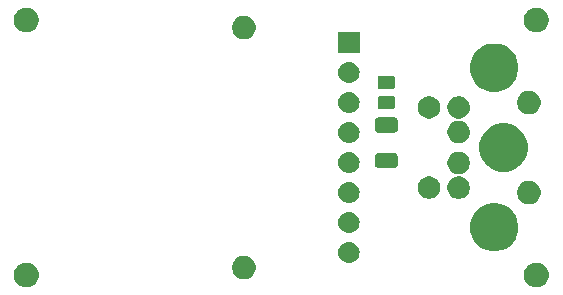
<source format=gbs>
G04 #@! TF.GenerationSoftware,KiCad,Pcbnew,(5.1.2-1)-1*
G04 #@! TF.CreationDate,2019-07-29T02:23:31-04:00*
G04 #@! TF.ProjectId,mouserial-mouse,6d6f7573-6572-4696-916c-2d6d6f757365,rev?*
G04 #@! TF.SameCoordinates,Original*
G04 #@! TF.FileFunction,Soldermask,Bot*
G04 #@! TF.FilePolarity,Negative*
%FSLAX46Y46*%
G04 Gerber Fmt 4.6, Leading zero omitted, Abs format (unit mm)*
G04 Created by KiCad (PCBNEW (5.1.2-1)-1) date 2019-07-29 02:23:31*
%MOMM*%
%LPD*%
G04 APERTURE LIST*
%ADD10C,0.100000*%
G04 APERTURE END LIST*
D10*
G36*
X177319248Y-103734295D02*
G01*
X177471510Y-103764582D01*
X177662742Y-103843793D01*
X177834841Y-103958786D01*
X177981214Y-104105159D01*
X178096207Y-104277258D01*
X178175418Y-104468490D01*
X178204297Y-104613678D01*
X178215800Y-104671505D01*
X178215800Y-104878495D01*
X178205704Y-104929248D01*
X178175418Y-105081510D01*
X178096207Y-105272742D01*
X177981214Y-105444841D01*
X177834841Y-105591214D01*
X177662742Y-105706207D01*
X177471510Y-105785418D01*
X177319248Y-105815705D01*
X177268495Y-105825800D01*
X177061505Y-105825800D01*
X177010752Y-105815705D01*
X176858490Y-105785418D01*
X176667258Y-105706207D01*
X176495159Y-105591214D01*
X176348786Y-105444841D01*
X176233793Y-105272742D01*
X176154582Y-105081510D01*
X176124296Y-104929248D01*
X176114200Y-104878495D01*
X176114200Y-104671505D01*
X176125703Y-104613678D01*
X176154582Y-104468490D01*
X176233793Y-104277258D01*
X176348786Y-104105159D01*
X176495159Y-103958786D01*
X176667258Y-103843793D01*
X176858490Y-103764582D01*
X177010752Y-103734295D01*
X177061505Y-103724200D01*
X177268495Y-103724200D01*
X177319248Y-103734295D01*
X177319248Y-103734295D01*
G37*
G36*
X134139248Y-103734295D02*
G01*
X134291510Y-103764582D01*
X134482742Y-103843793D01*
X134654841Y-103958786D01*
X134801214Y-104105159D01*
X134916207Y-104277258D01*
X134995418Y-104468490D01*
X135024297Y-104613678D01*
X135035800Y-104671505D01*
X135035800Y-104878495D01*
X135025704Y-104929248D01*
X134995418Y-105081510D01*
X134916207Y-105272742D01*
X134801214Y-105444841D01*
X134654841Y-105591214D01*
X134482742Y-105706207D01*
X134291510Y-105785418D01*
X134139248Y-105815705D01*
X134088495Y-105825800D01*
X133881505Y-105825800D01*
X133830752Y-105815705D01*
X133678490Y-105785418D01*
X133487258Y-105706207D01*
X133315159Y-105591214D01*
X133168786Y-105444841D01*
X133053793Y-105272742D01*
X132974582Y-105081510D01*
X132944296Y-104929248D01*
X132934200Y-104878495D01*
X132934200Y-104671505D01*
X132945703Y-104613678D01*
X132974582Y-104468490D01*
X133053793Y-104277258D01*
X133168786Y-104105159D01*
X133315159Y-103958786D01*
X133487258Y-103843793D01*
X133678490Y-103764582D01*
X133830752Y-103734295D01*
X133881505Y-103724200D01*
X134088495Y-103724200D01*
X134139248Y-103734295D01*
X134139248Y-103734295D01*
G37*
G36*
X152691692Y-103178429D02*
G01*
X152873679Y-103253811D01*
X153037458Y-103363245D01*
X153037460Y-103363247D01*
X153037463Y-103363249D01*
X153176751Y-103502537D01*
X153176753Y-103502540D01*
X153176755Y-103502542D01*
X153286189Y-103666321D01*
X153361571Y-103848308D01*
X153400000Y-104041509D01*
X153400000Y-104238491D01*
X153361571Y-104431692D01*
X153286189Y-104613679D01*
X153176755Y-104777458D01*
X153176753Y-104777460D01*
X153176751Y-104777463D01*
X153037463Y-104916751D01*
X153037460Y-104916753D01*
X153037458Y-104916755D01*
X152873679Y-105026189D01*
X152691692Y-105101571D01*
X152498491Y-105140000D01*
X152301509Y-105140000D01*
X152108308Y-105101571D01*
X151926321Y-105026189D01*
X151762542Y-104916755D01*
X151762540Y-104916753D01*
X151762537Y-104916751D01*
X151623249Y-104777463D01*
X151623247Y-104777460D01*
X151623245Y-104777458D01*
X151513811Y-104613679D01*
X151438429Y-104431692D01*
X151400000Y-104238491D01*
X151400000Y-104041509D01*
X151438429Y-103848308D01*
X151513811Y-103666321D01*
X151623245Y-103502542D01*
X151623247Y-103502540D01*
X151623249Y-103502537D01*
X151762537Y-103363249D01*
X151762540Y-103363247D01*
X151762542Y-103363245D01*
X151926321Y-103253811D01*
X152108308Y-103178429D01*
X152301509Y-103140000D01*
X152498491Y-103140000D01*
X152691692Y-103178429D01*
X152691692Y-103178429D01*
G37*
G36*
X161466588Y-101982234D02*
G01*
X161636389Y-102033743D01*
X161636391Y-102033744D01*
X161792881Y-102117390D01*
X161930044Y-102229956D01*
X162042610Y-102367119D01*
X162042611Y-102367121D01*
X162126257Y-102523611D01*
X162177766Y-102693412D01*
X162195158Y-102870000D01*
X162177766Y-103046588D01*
X162137772Y-103178429D01*
X162126256Y-103216391D01*
X162042610Y-103372881D01*
X161930044Y-103510044D01*
X161792881Y-103622610D01*
X161792879Y-103622611D01*
X161636389Y-103706257D01*
X161466588Y-103757766D01*
X161334249Y-103770800D01*
X161245751Y-103770800D01*
X161113412Y-103757766D01*
X160943611Y-103706257D01*
X160787121Y-103622611D01*
X160787119Y-103622610D01*
X160649956Y-103510044D01*
X160537390Y-103372881D01*
X160453744Y-103216391D01*
X160442228Y-103178429D01*
X160402234Y-103046588D01*
X160384842Y-102870000D01*
X160402234Y-102693412D01*
X160453743Y-102523611D01*
X160537389Y-102367121D01*
X160537390Y-102367119D01*
X160649956Y-102229956D01*
X160787119Y-102117390D01*
X160943609Y-102033744D01*
X160943611Y-102033743D01*
X161113412Y-101982234D01*
X161245751Y-101969200D01*
X161334249Y-101969200D01*
X161466588Y-101982234D01*
X161466588Y-101982234D01*
G37*
G36*
X174179196Y-98758011D02*
G01*
X174179198Y-98758012D01*
X174179199Y-98758012D01*
X174552415Y-98912603D01*
X174552418Y-98912605D01*
X174888309Y-99137040D01*
X175173960Y-99422691D01*
X175173961Y-99422693D01*
X175398397Y-99758585D01*
X175552988Y-100131801D01*
X175552989Y-100131804D01*
X175631800Y-100528014D01*
X175631800Y-100931986D01*
X175585201Y-101166257D01*
X175552988Y-101328199D01*
X175398397Y-101701415D01*
X175398395Y-101701418D01*
X175173960Y-102037309D01*
X174888309Y-102322960D01*
X174822220Y-102367119D01*
X174552415Y-102547397D01*
X174179199Y-102701988D01*
X174179198Y-102701988D01*
X174179196Y-102701989D01*
X173782986Y-102780800D01*
X173379014Y-102780800D01*
X172982804Y-102701989D01*
X172982802Y-102701988D01*
X172982801Y-102701988D01*
X172609585Y-102547397D01*
X172339780Y-102367119D01*
X172273691Y-102322960D01*
X171988040Y-102037309D01*
X171763605Y-101701418D01*
X171763603Y-101701415D01*
X171609012Y-101328199D01*
X171576800Y-101166257D01*
X171530200Y-100931986D01*
X171530200Y-100528014D01*
X171609011Y-100131804D01*
X171609012Y-100131801D01*
X171763603Y-99758585D01*
X171988039Y-99422693D01*
X171988040Y-99422691D01*
X172273691Y-99137040D01*
X172609582Y-98912605D01*
X172609585Y-98912603D01*
X172982801Y-98758012D01*
X172982802Y-98758012D01*
X172982804Y-98758011D01*
X173379014Y-98679200D01*
X173782986Y-98679200D01*
X174179196Y-98758011D01*
X174179196Y-98758011D01*
G37*
G36*
X161466588Y-99442234D02*
G01*
X161636389Y-99493743D01*
X161636391Y-99493744D01*
X161792881Y-99577390D01*
X161930044Y-99689956D01*
X162042610Y-99827119D01*
X162042611Y-99827121D01*
X162126257Y-99983611D01*
X162177766Y-100153412D01*
X162195158Y-100330000D01*
X162177766Y-100506588D01*
X162126257Y-100676389D01*
X162126256Y-100676391D01*
X162042610Y-100832881D01*
X161930044Y-100970044D01*
X161792881Y-101082610D01*
X161792879Y-101082611D01*
X161636389Y-101166257D01*
X161466588Y-101217766D01*
X161334249Y-101230800D01*
X161245751Y-101230800D01*
X161113412Y-101217766D01*
X160943611Y-101166257D01*
X160787121Y-101082611D01*
X160787119Y-101082610D01*
X160649956Y-100970044D01*
X160537390Y-100832881D01*
X160453744Y-100676391D01*
X160453743Y-100676389D01*
X160402234Y-100506588D01*
X160384842Y-100330000D01*
X160402234Y-100153412D01*
X160453743Y-99983611D01*
X160537389Y-99827121D01*
X160537390Y-99827119D01*
X160649956Y-99689956D01*
X160787119Y-99577390D01*
X160943609Y-99493744D01*
X160943611Y-99493743D01*
X161113412Y-99442234D01*
X161245751Y-99429200D01*
X161334249Y-99429200D01*
X161466588Y-99442234D01*
X161466588Y-99442234D01*
G37*
G36*
X176821692Y-96828429D02*
G01*
X177003679Y-96903811D01*
X177167458Y-97013245D01*
X177167460Y-97013247D01*
X177167463Y-97013249D01*
X177306751Y-97152537D01*
X177306753Y-97152540D01*
X177306755Y-97152542D01*
X177416189Y-97316321D01*
X177491571Y-97498308D01*
X177530000Y-97691509D01*
X177530000Y-97888491D01*
X177491571Y-98081692D01*
X177416189Y-98263679D01*
X177306755Y-98427458D01*
X177306753Y-98427460D01*
X177306751Y-98427463D01*
X177167463Y-98566751D01*
X177167460Y-98566753D01*
X177167458Y-98566755D01*
X177003679Y-98676189D01*
X176821692Y-98751571D01*
X176628491Y-98790000D01*
X176431509Y-98790000D01*
X176238308Y-98751571D01*
X176056321Y-98676189D01*
X175892542Y-98566755D01*
X175892540Y-98566753D01*
X175892537Y-98566751D01*
X175753249Y-98427463D01*
X175753247Y-98427460D01*
X175753245Y-98427458D01*
X175643811Y-98263679D01*
X175568429Y-98081692D01*
X175530000Y-97888491D01*
X175530000Y-97691509D01*
X175568429Y-97498308D01*
X175643811Y-97316321D01*
X175753245Y-97152542D01*
X175753247Y-97152540D01*
X175753249Y-97152537D01*
X175892537Y-97013249D01*
X175892540Y-97013247D01*
X175892542Y-97013245D01*
X176056321Y-96903811D01*
X176238308Y-96828429D01*
X176431509Y-96790000D01*
X176628491Y-96790000D01*
X176821692Y-96828429D01*
X176821692Y-96828429D01*
G37*
G36*
X161466588Y-96902234D02*
G01*
X161636389Y-96953743D01*
X161636391Y-96953744D01*
X161792881Y-97037390D01*
X161930044Y-97149956D01*
X162042610Y-97287119D01*
X162042611Y-97287121D01*
X162126257Y-97443611D01*
X162177766Y-97613412D01*
X162195158Y-97790000D01*
X162177766Y-97966588D01*
X162126257Y-98136389D01*
X162126256Y-98136391D01*
X162042610Y-98292881D01*
X161930044Y-98430044D01*
X161792881Y-98542610D01*
X161747709Y-98566755D01*
X161636389Y-98626257D01*
X161466588Y-98677766D01*
X161334249Y-98690800D01*
X161245751Y-98690800D01*
X161113412Y-98677766D01*
X160943611Y-98626257D01*
X160832291Y-98566755D01*
X160787119Y-98542610D01*
X160649956Y-98430044D01*
X160537390Y-98292881D01*
X160453744Y-98136391D01*
X160453743Y-98136389D01*
X160402234Y-97966588D01*
X160384842Y-97790000D01*
X160402234Y-97613412D01*
X160453743Y-97443611D01*
X160537389Y-97287121D01*
X160537390Y-97287119D01*
X160649956Y-97149956D01*
X160787119Y-97037390D01*
X160943609Y-96953744D01*
X160943611Y-96953743D01*
X161113412Y-96902234D01*
X161245751Y-96889200D01*
X161334249Y-96889200D01*
X161466588Y-96902234D01*
X161466588Y-96902234D01*
G37*
G36*
X168358338Y-96465738D02*
G01*
X168358340Y-96465739D01*
X168358341Y-96465739D01*
X168531370Y-96537410D01*
X168531373Y-96537412D01*
X168687100Y-96641465D01*
X168819535Y-96773900D01*
X168855970Y-96828429D01*
X168923590Y-96929630D01*
X168995261Y-97102659D01*
X168995262Y-97102662D01*
X169031800Y-97286354D01*
X169031800Y-97473646D01*
X169026895Y-97498308D01*
X168995261Y-97657341D01*
X168923590Y-97830370D01*
X168923588Y-97830373D01*
X168819535Y-97986100D01*
X168687100Y-98118535D01*
X168660379Y-98136389D01*
X168531370Y-98222590D01*
X168358341Y-98294261D01*
X168358340Y-98294261D01*
X168358338Y-98294262D01*
X168174646Y-98330800D01*
X167987354Y-98330800D01*
X167803662Y-98294262D01*
X167803660Y-98294261D01*
X167803659Y-98294261D01*
X167630630Y-98222590D01*
X167501621Y-98136389D01*
X167474900Y-98118535D01*
X167342465Y-97986100D01*
X167238412Y-97830373D01*
X167238410Y-97830370D01*
X167166739Y-97657341D01*
X167135106Y-97498308D01*
X167130200Y-97473646D01*
X167130200Y-97286354D01*
X167166738Y-97102662D01*
X167166739Y-97102659D01*
X167238410Y-96929630D01*
X167306030Y-96828429D01*
X167342465Y-96773900D01*
X167474900Y-96641465D01*
X167630627Y-96537412D01*
X167630630Y-96537410D01*
X167803659Y-96465739D01*
X167803660Y-96465739D01*
X167803662Y-96465738D01*
X167987354Y-96429200D01*
X168174646Y-96429200D01*
X168358338Y-96465738D01*
X168358338Y-96465738D01*
G37*
G36*
X170858338Y-96465738D02*
G01*
X170858340Y-96465739D01*
X170858341Y-96465739D01*
X171031370Y-96537410D01*
X171031373Y-96537412D01*
X171187100Y-96641465D01*
X171319535Y-96773900D01*
X171355970Y-96828429D01*
X171423590Y-96929630D01*
X171495261Y-97102659D01*
X171495262Y-97102662D01*
X171531800Y-97286354D01*
X171531800Y-97473646D01*
X171526895Y-97498308D01*
X171495261Y-97657341D01*
X171423590Y-97830370D01*
X171423588Y-97830373D01*
X171319535Y-97986100D01*
X171187100Y-98118535D01*
X171160379Y-98136389D01*
X171031370Y-98222590D01*
X170858341Y-98294261D01*
X170858340Y-98294261D01*
X170858338Y-98294262D01*
X170674646Y-98330800D01*
X170487354Y-98330800D01*
X170303662Y-98294262D01*
X170303660Y-98294261D01*
X170303659Y-98294261D01*
X170130630Y-98222590D01*
X170001621Y-98136389D01*
X169974900Y-98118535D01*
X169842465Y-97986100D01*
X169738412Y-97830373D01*
X169738410Y-97830370D01*
X169666739Y-97657341D01*
X169635106Y-97498308D01*
X169630200Y-97473646D01*
X169630200Y-97286354D01*
X169666738Y-97102662D01*
X169666739Y-97102659D01*
X169738410Y-96929630D01*
X169806030Y-96828429D01*
X169842465Y-96773900D01*
X169974900Y-96641465D01*
X170130627Y-96537412D01*
X170130630Y-96537410D01*
X170303659Y-96465739D01*
X170303660Y-96465739D01*
X170303662Y-96465738D01*
X170487354Y-96429200D01*
X170674646Y-96429200D01*
X170858338Y-96465738D01*
X170858338Y-96465738D01*
G37*
G36*
X170858338Y-94365738D02*
G01*
X170858340Y-94365739D01*
X170858341Y-94365739D01*
X171031370Y-94437410D01*
X171031373Y-94437412D01*
X171187100Y-94541465D01*
X171319535Y-94673900D01*
X171350984Y-94720967D01*
X171423590Y-94829630D01*
X171474035Y-94951415D01*
X171495262Y-95002662D01*
X171531800Y-95186354D01*
X171531800Y-95373646D01*
X171497834Y-95544409D01*
X171495261Y-95557341D01*
X171423590Y-95730370D01*
X171423588Y-95730373D01*
X171319535Y-95886100D01*
X171187100Y-96018535D01*
X171168744Y-96030800D01*
X171031370Y-96122590D01*
X170858341Y-96194261D01*
X170858340Y-96194261D01*
X170858338Y-96194262D01*
X170674646Y-96230800D01*
X170487354Y-96230800D01*
X170303662Y-96194262D01*
X170303660Y-96194261D01*
X170303659Y-96194261D01*
X170130630Y-96122590D01*
X169993256Y-96030800D01*
X169974900Y-96018535D01*
X169842465Y-95886100D01*
X169738412Y-95730373D01*
X169738410Y-95730370D01*
X169666739Y-95557341D01*
X169664167Y-95544409D01*
X169630200Y-95373646D01*
X169630200Y-95186354D01*
X169666738Y-95002662D01*
X169687965Y-94951415D01*
X169738410Y-94829630D01*
X169811016Y-94720967D01*
X169842465Y-94673900D01*
X169974900Y-94541465D01*
X170130627Y-94437412D01*
X170130630Y-94437410D01*
X170303659Y-94365739D01*
X170303660Y-94365739D01*
X170303662Y-94365738D01*
X170487354Y-94329200D01*
X170674646Y-94329200D01*
X170858338Y-94365738D01*
X170858338Y-94365738D01*
G37*
G36*
X161466588Y-94362234D02*
G01*
X161636389Y-94413743D01*
X161636391Y-94413744D01*
X161792881Y-94497390D01*
X161930044Y-94609956D01*
X162042610Y-94747119D01*
X162042611Y-94747121D01*
X162126257Y-94903611D01*
X162177766Y-95073412D01*
X162195158Y-95250000D01*
X162177766Y-95426588D01*
X162126642Y-95595120D01*
X162126256Y-95596391D01*
X162042610Y-95752881D01*
X161930044Y-95890044D01*
X161792881Y-96002610D01*
X161763086Y-96018536D01*
X161636389Y-96086257D01*
X161466588Y-96137766D01*
X161334249Y-96150800D01*
X161245751Y-96150800D01*
X161113412Y-96137766D01*
X160943611Y-96086257D01*
X160816914Y-96018536D01*
X160787119Y-96002610D01*
X160649956Y-95890044D01*
X160537390Y-95752881D01*
X160453744Y-95596391D01*
X160453358Y-95595120D01*
X160402234Y-95426588D01*
X160384842Y-95250000D01*
X160402234Y-95073412D01*
X160453743Y-94903611D01*
X160537389Y-94747121D01*
X160537390Y-94747119D01*
X160649956Y-94609956D01*
X160787119Y-94497390D01*
X160943609Y-94413744D01*
X160943611Y-94413743D01*
X161113412Y-94362234D01*
X161245751Y-94349200D01*
X161334249Y-94349200D01*
X161466588Y-94362234D01*
X161466588Y-94362234D01*
G37*
G36*
X174979196Y-92008011D02*
G01*
X174979198Y-92008012D01*
X174979199Y-92008012D01*
X175352415Y-92162603D01*
X175352418Y-92162605D01*
X175688309Y-92387040D01*
X175973960Y-92672691D01*
X176116881Y-92886588D01*
X176198397Y-93008585D01*
X176313347Y-93286100D01*
X176352989Y-93381804D01*
X176431800Y-93778014D01*
X176431800Y-94181986D01*
X176354855Y-94568817D01*
X176352988Y-94578199D01*
X176198397Y-94951415D01*
X176198395Y-94951418D01*
X175973960Y-95287309D01*
X175688309Y-95572960D01*
X175419041Y-95752879D01*
X175352415Y-95797397D01*
X174979199Y-95951988D01*
X174979198Y-95951988D01*
X174979196Y-95951989D01*
X174582986Y-96030800D01*
X174179014Y-96030800D01*
X173782804Y-95951989D01*
X173782802Y-95951988D01*
X173782801Y-95951988D01*
X173409585Y-95797397D01*
X173342959Y-95752879D01*
X173073691Y-95572960D01*
X172788040Y-95287309D01*
X172563605Y-94951418D01*
X172563603Y-94951415D01*
X172409012Y-94578199D01*
X172407146Y-94568817D01*
X172330200Y-94181986D01*
X172330200Y-93778014D01*
X172409011Y-93381804D01*
X172448653Y-93286100D01*
X172563603Y-93008585D01*
X172645119Y-92886588D01*
X172788040Y-92672691D01*
X173073691Y-92387040D01*
X173409582Y-92162605D01*
X173409585Y-92162603D01*
X173782801Y-92008012D01*
X173782802Y-92008012D01*
X173782804Y-92008011D01*
X174179014Y-91929200D01*
X174582986Y-91929200D01*
X174979196Y-92008011D01*
X174979196Y-92008011D01*
G37*
G36*
X165179377Y-94430144D02*
G01*
X165234409Y-94446837D01*
X165285120Y-94473943D01*
X165329574Y-94510426D01*
X165366057Y-94554880D01*
X165393163Y-94605591D01*
X165409856Y-94660623D01*
X165415800Y-94720967D01*
X165415800Y-95429033D01*
X165409856Y-95489377D01*
X165393163Y-95544409D01*
X165366057Y-95595120D01*
X165329574Y-95639574D01*
X165285120Y-95676057D01*
X165234409Y-95703163D01*
X165179377Y-95719856D01*
X165119033Y-95725800D01*
X163810967Y-95725800D01*
X163750623Y-95719856D01*
X163695591Y-95703163D01*
X163644880Y-95676057D01*
X163600426Y-95639574D01*
X163563943Y-95595120D01*
X163536837Y-95544409D01*
X163520144Y-95489377D01*
X163514200Y-95429033D01*
X163514200Y-94720967D01*
X163520144Y-94660623D01*
X163536837Y-94605591D01*
X163563943Y-94554880D01*
X163600426Y-94510426D01*
X163644880Y-94473943D01*
X163695591Y-94446837D01*
X163750623Y-94430144D01*
X163810967Y-94424200D01*
X165119033Y-94424200D01*
X165179377Y-94430144D01*
X165179377Y-94430144D01*
G37*
G36*
X170858338Y-91765738D02*
G01*
X170858340Y-91765739D01*
X170858341Y-91765739D01*
X171031370Y-91837410D01*
X171031373Y-91837412D01*
X171187100Y-91941465D01*
X171319535Y-92073900D01*
X171408549Y-92207119D01*
X171423590Y-92229630D01*
X171488791Y-92387039D01*
X171495262Y-92402662D01*
X171531800Y-92586354D01*
X171531800Y-92773646D01*
X171509335Y-92886588D01*
X171495261Y-92957341D01*
X171423590Y-93130370D01*
X171423588Y-93130373D01*
X171319535Y-93286100D01*
X171187100Y-93418535D01*
X171121137Y-93462610D01*
X171031370Y-93522590D01*
X170858341Y-93594261D01*
X170858340Y-93594261D01*
X170858338Y-93594262D01*
X170674646Y-93630800D01*
X170487354Y-93630800D01*
X170303662Y-93594262D01*
X170303660Y-93594261D01*
X170303659Y-93594261D01*
X170130630Y-93522590D01*
X170040863Y-93462610D01*
X169974900Y-93418535D01*
X169842465Y-93286100D01*
X169738412Y-93130373D01*
X169738410Y-93130370D01*
X169666739Y-92957341D01*
X169652666Y-92886588D01*
X169630200Y-92773646D01*
X169630200Y-92586354D01*
X169666738Y-92402662D01*
X169673209Y-92387039D01*
X169738410Y-92229630D01*
X169753451Y-92207119D01*
X169842465Y-92073900D01*
X169974900Y-91941465D01*
X170130627Y-91837412D01*
X170130630Y-91837410D01*
X170303659Y-91765739D01*
X170303660Y-91765739D01*
X170303662Y-91765738D01*
X170487354Y-91729200D01*
X170674646Y-91729200D01*
X170858338Y-91765738D01*
X170858338Y-91765738D01*
G37*
G36*
X161466588Y-91822234D02*
G01*
X161636389Y-91873743D01*
X161636391Y-91873744D01*
X161792881Y-91957390D01*
X161930044Y-92069956D01*
X162042610Y-92207119D01*
X162042611Y-92207121D01*
X162126257Y-92363611D01*
X162177766Y-92533412D01*
X162195158Y-92710000D01*
X162177766Y-92886588D01*
X162140759Y-93008582D01*
X162126256Y-93056391D01*
X162042610Y-93212881D01*
X161930044Y-93350044D01*
X161792881Y-93462610D01*
X161680667Y-93522590D01*
X161636389Y-93546257D01*
X161466588Y-93597766D01*
X161334249Y-93610800D01*
X161245751Y-93610800D01*
X161113412Y-93597766D01*
X160943611Y-93546257D01*
X160899333Y-93522590D01*
X160787119Y-93462610D01*
X160649956Y-93350044D01*
X160537390Y-93212881D01*
X160453744Y-93056391D01*
X160439241Y-93008582D01*
X160402234Y-92886588D01*
X160384842Y-92710000D01*
X160402234Y-92533412D01*
X160453743Y-92363611D01*
X160537389Y-92207121D01*
X160537390Y-92207119D01*
X160649956Y-92069956D01*
X160787119Y-91957390D01*
X160943609Y-91873744D01*
X160943611Y-91873743D01*
X161113412Y-91822234D01*
X161245751Y-91809200D01*
X161334249Y-91809200D01*
X161466588Y-91822234D01*
X161466588Y-91822234D01*
G37*
G36*
X165179377Y-91430144D02*
G01*
X165234409Y-91446837D01*
X165285120Y-91473943D01*
X165329574Y-91510426D01*
X165366057Y-91554880D01*
X165393163Y-91605591D01*
X165409856Y-91660623D01*
X165415800Y-91720967D01*
X165415800Y-92429033D01*
X165409856Y-92489377D01*
X165393163Y-92544409D01*
X165366057Y-92595120D01*
X165329574Y-92639574D01*
X165285120Y-92676057D01*
X165234409Y-92703163D01*
X165179377Y-92719856D01*
X165119033Y-92725800D01*
X163810967Y-92725800D01*
X163750623Y-92719856D01*
X163695591Y-92703163D01*
X163644880Y-92676057D01*
X163600426Y-92639574D01*
X163563943Y-92595120D01*
X163536837Y-92544409D01*
X163520144Y-92489377D01*
X163514200Y-92429033D01*
X163514200Y-91720967D01*
X163520144Y-91660623D01*
X163536837Y-91605591D01*
X163563943Y-91554880D01*
X163600426Y-91510426D01*
X163644880Y-91473943D01*
X163695591Y-91446837D01*
X163750623Y-91430144D01*
X163810967Y-91424200D01*
X165119033Y-91424200D01*
X165179377Y-91430144D01*
X165179377Y-91430144D01*
G37*
G36*
X170858338Y-89665738D02*
G01*
X170858340Y-89665739D01*
X170858341Y-89665739D01*
X171031370Y-89737410D01*
X171031373Y-89737412D01*
X171187100Y-89841465D01*
X171319535Y-89973900D01*
X171319536Y-89973902D01*
X171423590Y-90129630D01*
X171481108Y-90268491D01*
X171495262Y-90302662D01*
X171531800Y-90486354D01*
X171531800Y-90673646D01*
X171505183Y-90807463D01*
X171495261Y-90857341D01*
X171423590Y-91030370D01*
X171423588Y-91030373D01*
X171319535Y-91186100D01*
X171187100Y-91318535D01*
X171031373Y-91422588D01*
X171031370Y-91422590D01*
X170858341Y-91494261D01*
X170858340Y-91494261D01*
X170858338Y-91494262D01*
X170674646Y-91530800D01*
X170487354Y-91530800D01*
X170303662Y-91494262D01*
X170303660Y-91494261D01*
X170303659Y-91494261D01*
X170130630Y-91422590D01*
X170130627Y-91422588D01*
X169974900Y-91318535D01*
X169842465Y-91186100D01*
X169738412Y-91030373D01*
X169738410Y-91030370D01*
X169666739Y-90857341D01*
X169656818Y-90807463D01*
X169630200Y-90673646D01*
X169630200Y-90486354D01*
X169666738Y-90302662D01*
X169680892Y-90268491D01*
X169738410Y-90129630D01*
X169842464Y-89973902D01*
X169842465Y-89973900D01*
X169974900Y-89841465D01*
X170130627Y-89737412D01*
X170130630Y-89737410D01*
X170303659Y-89665739D01*
X170303660Y-89665739D01*
X170303662Y-89665738D01*
X170487354Y-89629200D01*
X170674646Y-89629200D01*
X170858338Y-89665738D01*
X170858338Y-89665738D01*
G37*
G36*
X168358338Y-89665738D02*
G01*
X168358340Y-89665739D01*
X168358341Y-89665739D01*
X168531370Y-89737410D01*
X168531373Y-89737412D01*
X168687100Y-89841465D01*
X168819535Y-89973900D01*
X168819536Y-89973902D01*
X168923590Y-90129630D01*
X168981108Y-90268491D01*
X168995262Y-90302662D01*
X169031800Y-90486354D01*
X169031800Y-90673646D01*
X169005183Y-90807463D01*
X168995261Y-90857341D01*
X168923590Y-91030370D01*
X168923588Y-91030373D01*
X168819535Y-91186100D01*
X168687100Y-91318535D01*
X168531373Y-91422588D01*
X168531370Y-91422590D01*
X168358341Y-91494261D01*
X168358340Y-91494261D01*
X168358338Y-91494262D01*
X168174646Y-91530800D01*
X167987354Y-91530800D01*
X167803662Y-91494262D01*
X167803660Y-91494261D01*
X167803659Y-91494261D01*
X167630630Y-91422590D01*
X167630627Y-91422588D01*
X167474900Y-91318535D01*
X167342465Y-91186100D01*
X167238412Y-91030373D01*
X167238410Y-91030370D01*
X167166739Y-90857341D01*
X167156818Y-90807463D01*
X167130200Y-90673646D01*
X167130200Y-90486354D01*
X167166738Y-90302662D01*
X167180892Y-90268491D01*
X167238410Y-90129630D01*
X167342464Y-89973902D01*
X167342465Y-89973900D01*
X167474900Y-89841465D01*
X167630627Y-89737412D01*
X167630630Y-89737410D01*
X167803659Y-89665739D01*
X167803660Y-89665739D01*
X167803662Y-89665738D01*
X167987354Y-89629200D01*
X168174646Y-89629200D01*
X168358338Y-89665738D01*
X168358338Y-89665738D01*
G37*
G36*
X176821692Y-89208429D02*
G01*
X177003679Y-89283811D01*
X177167458Y-89393245D01*
X177167460Y-89393247D01*
X177167463Y-89393249D01*
X177306751Y-89532537D01*
X177306753Y-89532540D01*
X177306755Y-89532542D01*
X177416189Y-89696321D01*
X177491571Y-89878308D01*
X177530000Y-90071509D01*
X177530000Y-90268491D01*
X177491571Y-90461692D01*
X177416189Y-90643679D01*
X177306755Y-90807458D01*
X177306753Y-90807460D01*
X177306751Y-90807463D01*
X177167463Y-90946751D01*
X177167460Y-90946753D01*
X177167458Y-90946755D01*
X177003679Y-91056189D01*
X176821692Y-91131571D01*
X176628491Y-91170000D01*
X176431509Y-91170000D01*
X176238308Y-91131571D01*
X176056321Y-91056189D01*
X175892542Y-90946755D01*
X175892540Y-90946753D01*
X175892537Y-90946751D01*
X175753249Y-90807463D01*
X175753247Y-90807460D01*
X175753245Y-90807458D01*
X175643811Y-90643679D01*
X175568429Y-90461692D01*
X175530000Y-90268491D01*
X175530000Y-90071509D01*
X175568429Y-89878308D01*
X175643811Y-89696321D01*
X175753245Y-89532542D01*
X175753247Y-89532540D01*
X175753249Y-89532537D01*
X175892537Y-89393249D01*
X175892540Y-89393247D01*
X175892542Y-89393245D01*
X176056321Y-89283811D01*
X176238308Y-89208429D01*
X176431509Y-89170000D01*
X176628491Y-89170000D01*
X176821692Y-89208429D01*
X176821692Y-89208429D01*
G37*
G36*
X161466588Y-89282234D02*
G01*
X161636389Y-89333743D01*
X161636391Y-89333744D01*
X161792881Y-89417390D01*
X161930044Y-89529956D01*
X162042610Y-89667119D01*
X162088216Y-89752441D01*
X162126257Y-89823611D01*
X162177766Y-89993412D01*
X162195158Y-90170000D01*
X162177766Y-90346588D01*
X162126961Y-90514067D01*
X162126256Y-90516391D01*
X162042610Y-90672881D01*
X161930044Y-90810044D01*
X161792881Y-90922610D01*
X161747709Y-90946755D01*
X161636389Y-91006257D01*
X161466588Y-91057766D01*
X161334249Y-91070800D01*
X161245751Y-91070800D01*
X161113412Y-91057766D01*
X160943611Y-91006257D01*
X160832291Y-90946755D01*
X160787119Y-90922610D01*
X160649956Y-90810044D01*
X160537390Y-90672881D01*
X160453744Y-90516391D01*
X160453039Y-90514067D01*
X160402234Y-90346588D01*
X160384842Y-90170000D01*
X160402234Y-89993412D01*
X160453743Y-89823611D01*
X160491784Y-89752441D01*
X160537390Y-89667119D01*
X160649956Y-89529956D01*
X160787119Y-89417390D01*
X160943609Y-89333744D01*
X160943611Y-89333743D01*
X161113412Y-89282234D01*
X161245751Y-89269200D01*
X161334249Y-89269200D01*
X161466588Y-89282234D01*
X161466588Y-89282234D01*
G37*
G36*
X165009559Y-89599423D02*
G01*
X165057559Y-89613983D01*
X165101786Y-89637624D01*
X165140558Y-89669442D01*
X165172376Y-89708214D01*
X165196017Y-89752441D01*
X165210577Y-89800441D01*
X165215800Y-89853467D01*
X165215800Y-90486533D01*
X165210577Y-90539559D01*
X165196017Y-90587559D01*
X165172376Y-90631786D01*
X165140558Y-90670558D01*
X165101786Y-90702376D01*
X165057559Y-90726017D01*
X165009559Y-90740577D01*
X164956533Y-90745800D01*
X163973467Y-90745800D01*
X163920441Y-90740577D01*
X163872441Y-90726017D01*
X163828214Y-90702376D01*
X163789442Y-90670558D01*
X163757624Y-90631786D01*
X163733983Y-90587559D01*
X163719423Y-90539559D01*
X163714200Y-90486533D01*
X163714200Y-89853467D01*
X163719423Y-89800441D01*
X163733983Y-89752441D01*
X163757624Y-89708214D01*
X163789442Y-89669442D01*
X163828214Y-89637624D01*
X163872441Y-89613983D01*
X163920441Y-89599423D01*
X163973467Y-89594200D01*
X164956533Y-89594200D01*
X165009559Y-89599423D01*
X165009559Y-89599423D01*
G37*
G36*
X174179196Y-85258011D02*
G01*
X174179198Y-85258012D01*
X174179199Y-85258012D01*
X174552415Y-85412603D01*
X174552418Y-85412605D01*
X174888309Y-85637040D01*
X175173960Y-85922691D01*
X175173961Y-85922693D01*
X175398397Y-86258585D01*
X175552988Y-86631801D01*
X175552989Y-86631804D01*
X175631800Y-87028014D01*
X175631800Y-87431986D01*
X175557288Y-87806584D01*
X175552988Y-87828199D01*
X175398397Y-88201415D01*
X175398395Y-88201418D01*
X175173960Y-88537309D01*
X174888309Y-88822960D01*
X174746297Y-88917849D01*
X174552415Y-89047397D01*
X174179199Y-89201988D01*
X174179198Y-89201988D01*
X174179196Y-89201989D01*
X173782986Y-89280800D01*
X173379014Y-89280800D01*
X172982804Y-89201989D01*
X172982802Y-89201988D01*
X172982801Y-89201988D01*
X172609585Y-89047397D01*
X172415703Y-88917849D01*
X172273691Y-88822960D01*
X171988040Y-88537309D01*
X171763605Y-88201418D01*
X171763603Y-88201415D01*
X171609012Y-87828199D01*
X171604713Y-87806584D01*
X171530200Y-87431986D01*
X171530200Y-87028014D01*
X171609011Y-86631804D01*
X171609012Y-86631801D01*
X171763603Y-86258585D01*
X171988039Y-85922693D01*
X171988040Y-85922691D01*
X172273691Y-85637040D01*
X172609582Y-85412605D01*
X172609585Y-85412603D01*
X172982801Y-85258012D01*
X172982802Y-85258012D01*
X172982804Y-85258011D01*
X173379014Y-85179200D01*
X173782986Y-85179200D01*
X174179196Y-85258011D01*
X174179196Y-85258011D01*
G37*
G36*
X165009559Y-87899423D02*
G01*
X165057559Y-87913983D01*
X165101786Y-87937624D01*
X165140558Y-87969442D01*
X165172376Y-88008214D01*
X165196017Y-88052441D01*
X165210577Y-88100441D01*
X165215800Y-88153467D01*
X165215800Y-88786533D01*
X165210577Y-88839559D01*
X165196017Y-88887559D01*
X165172376Y-88931786D01*
X165140558Y-88970558D01*
X165101786Y-89002376D01*
X165057559Y-89026017D01*
X165009559Y-89040577D01*
X164956533Y-89045800D01*
X163973467Y-89045800D01*
X163920441Y-89040577D01*
X163872441Y-89026017D01*
X163828214Y-89002376D01*
X163789442Y-88970558D01*
X163757624Y-88931786D01*
X163733983Y-88887559D01*
X163719423Y-88839559D01*
X163714200Y-88786533D01*
X163714200Y-88153467D01*
X163719423Y-88100441D01*
X163733983Y-88052441D01*
X163757624Y-88008214D01*
X163789442Y-87969442D01*
X163828214Y-87937624D01*
X163872441Y-87913983D01*
X163920441Y-87899423D01*
X163973467Y-87894200D01*
X164956533Y-87894200D01*
X165009559Y-87899423D01*
X165009559Y-87899423D01*
G37*
G36*
X161466588Y-86742234D02*
G01*
X161636389Y-86793743D01*
X161636391Y-86793744D01*
X161792881Y-86877390D01*
X161930044Y-86989956D01*
X162042610Y-87127119D01*
X162042611Y-87127121D01*
X162126257Y-87283611D01*
X162177766Y-87453412D01*
X162195158Y-87630000D01*
X162177766Y-87806588D01*
X162138016Y-87937624D01*
X162126256Y-87976391D01*
X162042610Y-88132881D01*
X161930044Y-88270044D01*
X161792881Y-88382610D01*
X161792879Y-88382611D01*
X161636389Y-88466257D01*
X161466588Y-88517766D01*
X161334249Y-88530800D01*
X161245751Y-88530800D01*
X161113412Y-88517766D01*
X160943611Y-88466257D01*
X160787121Y-88382611D01*
X160787119Y-88382610D01*
X160649956Y-88270044D01*
X160537390Y-88132881D01*
X160453744Y-87976391D01*
X160441984Y-87937624D01*
X160402234Y-87806588D01*
X160384842Y-87630000D01*
X160402234Y-87453412D01*
X160453743Y-87283611D01*
X160537389Y-87127121D01*
X160537390Y-87127119D01*
X160649956Y-86989956D01*
X160787119Y-86877390D01*
X160943609Y-86793744D01*
X160943611Y-86793743D01*
X161113412Y-86742234D01*
X161245751Y-86729200D01*
X161334249Y-86729200D01*
X161466588Y-86742234D01*
X161466588Y-86742234D01*
G37*
G36*
X162190800Y-85990800D02*
G01*
X160389200Y-85990800D01*
X160389200Y-84189200D01*
X162190800Y-84189200D01*
X162190800Y-85990800D01*
X162190800Y-85990800D01*
G37*
G36*
X152691692Y-82858429D02*
G01*
X152873679Y-82933811D01*
X153037458Y-83043245D01*
X153037460Y-83043247D01*
X153037463Y-83043249D01*
X153176751Y-83182537D01*
X153176753Y-83182540D01*
X153176755Y-83182542D01*
X153286189Y-83346321D01*
X153361571Y-83528308D01*
X153400000Y-83721509D01*
X153400000Y-83918491D01*
X153361571Y-84111692D01*
X153286189Y-84293679D01*
X153176755Y-84457458D01*
X153176753Y-84457460D01*
X153176751Y-84457463D01*
X153037463Y-84596751D01*
X153037460Y-84596753D01*
X153037458Y-84596755D01*
X152873679Y-84706189D01*
X152691692Y-84781571D01*
X152498491Y-84820000D01*
X152301509Y-84820000D01*
X152108308Y-84781571D01*
X151926321Y-84706189D01*
X151762542Y-84596755D01*
X151762540Y-84596753D01*
X151762537Y-84596751D01*
X151623249Y-84457463D01*
X151623247Y-84457460D01*
X151623245Y-84457458D01*
X151513811Y-84293679D01*
X151438429Y-84111692D01*
X151400000Y-83918491D01*
X151400000Y-83721509D01*
X151438429Y-83528308D01*
X151513811Y-83346321D01*
X151623245Y-83182542D01*
X151623247Y-83182540D01*
X151623249Y-83182537D01*
X151762537Y-83043249D01*
X151762540Y-83043247D01*
X151762542Y-83043245D01*
X151926321Y-82933811D01*
X152108308Y-82858429D01*
X152301509Y-82820000D01*
X152498491Y-82820000D01*
X152691692Y-82858429D01*
X152691692Y-82858429D01*
G37*
G36*
X134139248Y-82144295D02*
G01*
X134291510Y-82174582D01*
X134482742Y-82253793D01*
X134654841Y-82368786D01*
X134801214Y-82515159D01*
X134916207Y-82687258D01*
X134995418Y-82878490D01*
X135006422Y-82933811D01*
X135028190Y-83043245D01*
X135035800Y-83081506D01*
X135035800Y-83288494D01*
X134995418Y-83491510D01*
X134916207Y-83682742D01*
X134801214Y-83854841D01*
X134654841Y-84001214D01*
X134482742Y-84116207D01*
X134291510Y-84195418D01*
X134139248Y-84225704D01*
X134088495Y-84235800D01*
X133881505Y-84235800D01*
X133830752Y-84225704D01*
X133678490Y-84195418D01*
X133487258Y-84116207D01*
X133315159Y-84001214D01*
X133168786Y-83854841D01*
X133053793Y-83682742D01*
X132974582Y-83491510D01*
X132934200Y-83288494D01*
X132934200Y-83081506D01*
X132941811Y-83043245D01*
X132963578Y-82933811D01*
X132974582Y-82878490D01*
X133053793Y-82687258D01*
X133168786Y-82515159D01*
X133315159Y-82368786D01*
X133487258Y-82253793D01*
X133678490Y-82174582D01*
X133830752Y-82144296D01*
X133881505Y-82134200D01*
X134088495Y-82134200D01*
X134139248Y-82144295D01*
X134139248Y-82144295D01*
G37*
G36*
X177319248Y-82144295D02*
G01*
X177471510Y-82174582D01*
X177662742Y-82253793D01*
X177834841Y-82368786D01*
X177981214Y-82515159D01*
X178096207Y-82687258D01*
X178175418Y-82878490D01*
X178186422Y-82933811D01*
X178208190Y-83043245D01*
X178215800Y-83081506D01*
X178215800Y-83288494D01*
X178175418Y-83491510D01*
X178096207Y-83682742D01*
X177981214Y-83854841D01*
X177834841Y-84001214D01*
X177662742Y-84116207D01*
X177471510Y-84195418D01*
X177319248Y-84225704D01*
X177268495Y-84235800D01*
X177061505Y-84235800D01*
X177010752Y-84225704D01*
X176858490Y-84195418D01*
X176667258Y-84116207D01*
X176495159Y-84001214D01*
X176348786Y-83854841D01*
X176233793Y-83682742D01*
X176154582Y-83491510D01*
X176114200Y-83288494D01*
X176114200Y-83081506D01*
X176121811Y-83043245D01*
X176143578Y-82933811D01*
X176154582Y-82878490D01*
X176233793Y-82687258D01*
X176348786Y-82515159D01*
X176495159Y-82368786D01*
X176667258Y-82253793D01*
X176858490Y-82174582D01*
X177010752Y-82144296D01*
X177061505Y-82134200D01*
X177268495Y-82134200D01*
X177319248Y-82144295D01*
X177319248Y-82144295D01*
G37*
M02*

</source>
